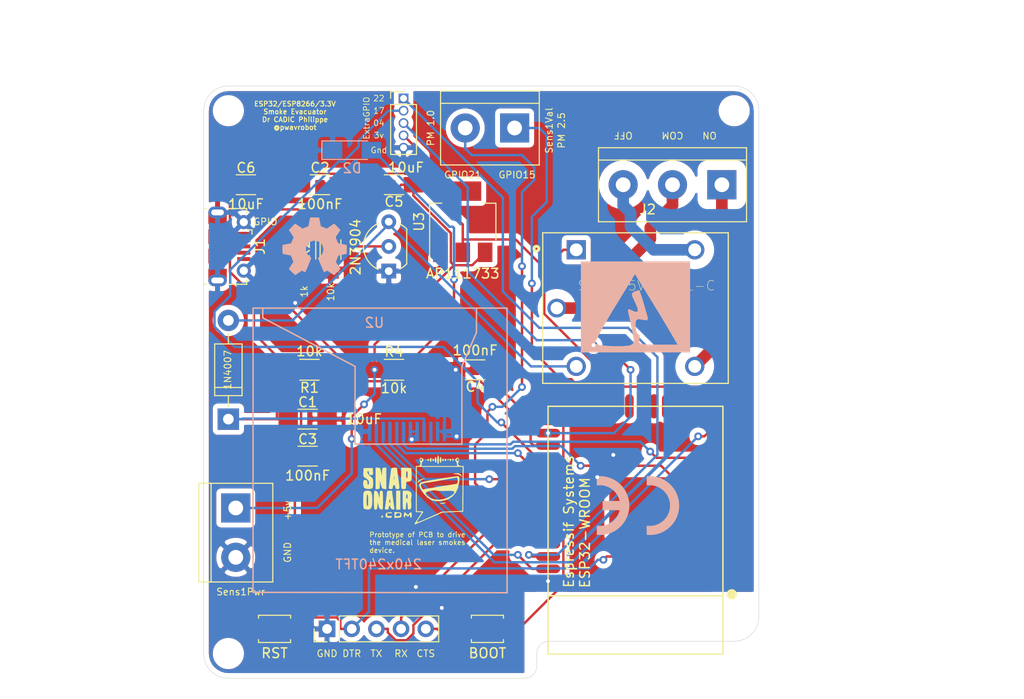
<source format=kicad_pcb>
(kicad_pcb (version 20171130) (host pcbnew "(5.1.0)-1")
  (layers (0 F.Cu signal) (31 B.Cu signal) (34 B.Paste user) (35 F.Paste user) (36 B.SilkS user) (37 F.SilkS user) (38 B.Mask user) (39 F.Mask user) (44 Edge.Cuts user))
  (net 0 "")
  (net 1 +3V3)
  (net 2 "Net-(D1-Pad2)")
  (net 3 "Net-(Q1-Pad2)")
  (net 4 GND)
  (net 5 "Net-(C3-Pad1)")
  (net 6 "Net-(C4-Pad1)")
  (net 7 +5V)
  (net 8 "Net-(D2-Pad2)")
  (net 9 "Net-(J2-Pad3)")
  (net 10 "Net-(J2-Pad2)")
  (net 11 "Net-(J2-Pad1)")
  (net 12 /RX)
  (net 13 /TX)
  (net 14 /MOSI)
  (net 15 /CLK)
  (net 16 /SPI_SS)
  (net 17 /IO16)
  (net 18 /RESETDISP)
  (net 19 /LEDA)
  (net 20 /DCDISP)
  (net 21 /GPIO15)
  (net 22 /IO21)
  (net 23 "Net-(J1-Pad3)")
  (net 24 "Net-(J1-Pad4)")
  (net 25 "Net-(J1-Pad2)")
  (net 26 /GPIO4)
  (net 27 /IO17)
  (net 28 /IO22)
  (net 29 "Net-(U1-Pad32)")
  (net 30 /MISO)
  (net 31 /Touch3)
  (net 32 "Net-(U1-Pad22)")
  (net 33 "Net-(U1-Pad21)")
  (net 34 "Net-(U1-Pad20)")
  (net 35 "Net-(U1-Pad19)")
  (net 36 "Net-(U1-Pad18)")
  (net 37 "Net-(U1-Pad17)")
  (net 38 /Touch4)
  (net 39 /Touch5)
  (net 40 /IO27)
  (net 41 /IO25)
  (net 42 /IO33)
  (net 43 /IO35)
  (net 44 /IO34)
  (net 45 /SVN)
  (net 46 /SVP)
  (module me-freeled:voltage (layer B.Cu) (at 124.46 93.726 180)
    (fp_text reference G*** hide)
    (fp_text value LOGO hide)
  )
  (module Symbols:CE-Logo_8.5x6mm_SilkScreen (layer B.Cu) (at 124.714 114.3 180)
    (fp_text reference REF*** hide)
    (fp_text value CE-Logo_8.5x6mm_SilkScreen hide)
  )
  (module Symbols:OSHW-Symbol_6.7x6mm_SilkScreen (layer B.Cu) (at 91.44 87.63 180)
    (fp_text reference REF*** hide)
    (fp_text value OSHW-Symbol_6.7x6mm_SilkScreen hide)
  )
  (module stm32china:SOA_Logo (layer F.Cu) (at 101.6 112.776)
    (fp_text reference G*** hide)
    (fp_text value LOGO hide)
  )
  (module TO_SOT_Packages_SMD:SOT-223 (layer F.Cu) (at 106.68 85.09 90)
    (fp_text reference U3 (at 0 -4.5 90) (layer F.SilkS))
    (fp_text value AP111733 (at -5.334 0 180) (layer F.SilkS))
    (pad 1 smd rect (at -3.15 -2.3 90) (size 2 1.5) (layers F.Cu F.Paste F.Mask) (net 4 GND))
    (pad 3 smd rect (at -3.15 2.3 90) (size 2 1.5) (layers F.Cu F.Paste F.Mask) (net 7 +5V))
    (pad 2 smd rect (at -3.15 0 90) (size 2 1.5) (layers F.Cu F.Paste F.Mask) (net 1 +3V3))
    (pad 4 smd rect (at 3.15 0 90) (size 2 3.8) (layers F.Cu F.Paste F.Mask))
  )
  (module Connectors_Terminal_Blocks:TerminalBlock_bornier-3_P5.08mm (layer F.Cu) (at 133.35 81.28 180)
    (fp_text reference J2 (at 7.6454 -2.54) (layer F.SilkS))
    (fp_text value Cnctor)
    (pad 3 thru_hole circle (at 10.16 0 180) (size 3 3) (drill 1.52) (layers *.Cu *.Mask) (net 9 "Net-(J2-Pad3)"))
    (pad 2 thru_hole circle (at 5.08 0 180) (size 3 3) (drill 1.52) (layers *.Cu *.Mask) (net 10 "Net-(J2-Pad2)"))
    (pad 1 thru_hole rect (at 0 0 180) (size 3 3) (drill 1.52) (layers *.Cu *.Mask) (net 11 "Net-(J2-Pad1)"))
  )
  (module me-freeled:RELAY_SRD-05VDC-SL-C (layer F.Cu) (at 124.46 93.98)
    (fp_text reference K1 hide)
    (fp_text value SRD-05VDC-SL-C (at 1.132399 -2.310001) (layer F.SilkS) (effects (font (size 1.00031 1.00031) (thickness 0.05))))
    (pad 1 thru_hole rect (at -6.1 -6) (size 1.98 1.98) (drill 1.32) (layers *.Cu *.Mask) (net 1 +3V3))
    (pad 5 thru_hole circle (at -8.1 0) (size 1.935 1.935) (drill 1.29) (layers *.Cu *.Mask) (net 10 "Net-(J2-Pad2)"))
    (pad 4 thru_hole circle (at -6.1 6) (size 1.98 1.98) (drill 1.32) (layers *.Cu *.Mask) (net 2 "Net-(D1-Pad2)"))
    (pad 3 thru_hole circle (at 6.1 6) (size 1.98 1.98) (drill 1.32) (layers *.Cu *.Mask) (net 11 "Net-(J2-Pad1)"))
    (pad 2 thru_hole circle (at 6.1 -6) (size 1.98 1.98) (drill 1.32) (layers *.Cu *.Mask) (net 9 "Net-(J2-Pad3)"))
  )
  (module Resistors_SMD:R_1206_HandSoldering (layer F.Cu) (at 90.4748 87.9348 90)
    (fp_text reference R2 (at 0.0508 -0.0508 90) (layer F.SilkS))
    (fp_text value 1k (at -4.3307 -0.1143 90) (layer F.SilkS) (effects (font (size 0.7 0.7) (thickness 0.1))))
    (pad 2 smd rect (at 2 0 90) (size 2 1.7) (layers F.Cu F.Paste F.Mask) (net 17 /IO16))
    (pad 1 smd rect (at -2 0 90) (size 2 1.7) (layers F.Cu F.Paste F.Mask) (net 3 "Net-(Q1-Pad2)"))
  )
  (module Resistors_SMD:R_1206_HandSoldering (layer F.Cu) (at 93.0656 87.9536 90)
    (fp_text reference R3 (at -0.0574 -0.1016 90) (layer F.SilkS))
    (fp_text value 10k (at -4.3754 0.0254 90) (layer F.SilkS) (effects (font (size 0.7 0.7) (thickness 0.1))))
    (pad 1 smd rect (at -2 0 90) (size 2 1.7) (layers F.Cu F.Paste F.Mask) (net 4 GND))
    (pad 2 smd rect (at 2 0 90) (size 2 1.7) (layers F.Cu F.Paste F.Mask) (net 3 "Net-(Q1-Pad2)"))
  )
  (module Diodes_THT:D_DO-41_SOD81_P10.16mm_Horizontal (layer F.Cu) (at 82.55 105.41 90)
    (fp_text reference D1 hide)
    (fp_text value 1N4007 (at 5.08 -0.0635 90) (layer F.SilkS) (effects (font (size 0.7 0.7) (thickness 0.1))))
    (pad 2 thru_hole oval (at 10.16 0 90) (size 2.2 2.2) (drill 1.1) (layers *.Cu *.Mask) (net 2 "Net-(D1-Pad2)"))
    (pad 1 thru_hole rect (at 0 0 90) (size 2.2 2.2) (drill 1.1) (layers *.Cu *.Mask) (net 1 +3V3))
  )
  (module TO_SOT_Packages_THT:TO-92_Inline_Wide (layer F.Cu) (at 99.06 90.17 90)
    (fp_text reference Q1 hide)
    (fp_text value 2N3904 (at 2.4765 -3.4163 90) (layer F.SilkS))
    (pad 1 thru_hole rect (at 0 0 180) (size 1.52 1.52) (drill 0.8) (layers *.Cu *.Mask) (net 4 GND))
    (pad 3 thru_hole circle (at 5.08 0 180) (size 1.52 1.52) (drill 0.8) (layers *.Cu *.Mask) (net 2 "Net-(D1-Pad2)"))
    (pad 2 thru_hole circle (at 2.54 0 180) (size 1.52 1.52) (drill 0.8) (layers *.Cu *.Mask) (net 3 "Net-(Q1-Pad2)"))
  )
  (module Mounting_Holes:MountingHole_2.2mm_M2 (layer F.Cu) (at 82.55 73.66)
    (fp_text reference H1 hide)
    (fp_text value MountingHole)
    (pad 1 np_thru_hole circle (at 0 0) (size 2.2 2.2) (drill 2.2) (layers *.Cu *.Mask))
  )
  (module Mounting_Holes:MountingHole_2.2mm_M2 (layer F.Cu) (at 134.62 73.66)
    (fp_text reference H2 hide)
    (fp_text value MountingHole)
    (pad 1 np_thru_hole circle (at 0 0) (size 2.2 2.2) (drill 2.2) (layers *.Cu *.Mask))
  )
  (module Mounting_Holes:MountingHole_2.2mm_M2 (layer F.Cu) (at 82.55 129.54)
    (fp_text reference H3 hide)
    (fp_text value MountingHole)
    (pad 1 np_thru_hole circle (at 0 0) (size 2.2 2.2) (drill 2.2) (layers *.Cu *.Mask))
  )
  (module Capacitors_SMD:C_1206_HandSoldering (layer F.Cu) (at 90.71 105.41)
    (fp_text reference C1 (at 0 -1.75) (layer F.SilkS))
    (fp_text value 10uF (at 5.81 0) (layer F.SilkS))
    (pad 1 smd rect (at -2 0) (size 2 1.6) (layers F.Cu F.Paste F.Mask) (net 1 +3V3))
    (pad 2 smd rect (at 2 0) (size 2 1.6) (layers F.Cu F.Paste F.Mask) (net 4 GND))
  )
  (module Capacitors_SMD:C_1206_HandSoldering (layer F.Cu) (at 91.98 81.28)
    (fp_text reference C2 (at 0 -1.75) (layer F.SilkS))
    (fp_text value 100nF (at 0 2) (layer F.SilkS))
    (pad 2 smd rect (at 2 0) (size 2 1.6) (layers F.Cu F.Paste F.Mask) (net 4 GND))
    (pad 1 smd rect (at -2 0) (size 2 1.6) (layers F.Cu F.Paste F.Mask) (net 1 +3V3))
  )
  (module Capacitors_SMD:C_1206_HandSoldering (layer F.Cu) (at 90.71 109.22)
    (fp_text reference C3 (at 0 -1.75) (layer F.SilkS))
    (fp_text value 100nF (at 0 2) (layer F.SilkS))
    (pad 2 smd rect (at 2 0) (size 2 1.6) (layers F.Cu F.Paste F.Mask) (net 4 GND))
    (pad 1 smd rect (at -2 0) (size 2 1.6) (layers F.Cu F.Paste F.Mask) (net 5 "Net-(C3-Pad1)"))
  )
  (module Capacitors_SMD:C_1206_HandSoldering (layer F.Cu) (at 107.95 100.33 180)
    (fp_text reference C4 (at 0 -1.75) (layer F.SilkS))
    (fp_text value 100nF (at 0 2) (layer F.SilkS))
    (pad 1 smd rect (at -2 0 180) (size 2 1.6) (layers F.Cu F.Paste F.Mask) (net 6 "Net-(C4-Pad1)"))
    (pad 2 smd rect (at 2 0 180) (size 2 1.6) (layers F.Cu F.Paste F.Mask) (net 4 GND))
  )
  (module Capacitors_SMD:C_1206_HandSoldering (layer F.Cu) (at 99.6 81.28 180)
    (fp_text reference C5 (at 0 -1.75) (layer F.SilkS))
    (fp_text value 10uF (at -1.238 1.778) (layer F.SilkS))
    (pad 2 smd rect (at 2 0 180) (size 2 1.6) (layers F.Cu F.Paste F.Mask) (net 4 GND))
    (pad 1 smd rect (at -2 0 180) (size 2 1.6) (layers F.Cu F.Paste F.Mask) (net 7 +5V))
  )
  (module Capacitors_SMD:C_1206_HandSoldering (layer F.Cu) (at 84.36 81.28)
    (fp_text reference C6 (at 0 -1.75) (layer F.SilkS))
    (fp_text value 10uF (at 0 2) (layer F.SilkS))
    (pad 1 smd rect (at -2 0) (size 2 1.6) (layers F.Cu F.Paste F.Mask) (net 1 +3V3))
    (pad 2 smd rect (at 2 0) (size 2 1.6) (layers F.Cu F.Paste F.Mask) (net 4 GND))
  )
  (module LEDs:LED_1206_HandSoldering (layer B.Cu) (at 95.282 77.724)
    (fp_text reference D2 (at 0 1.85) (layer B.SilkS) (effects (justify mirror)))
    (fp_text value PowerOn)
    (pad 2 smd rect (at 2 0) (size 2 1.7) (layers B.Cu B.Paste B.Mask) (net 8 "Net-(D2-Pad2)"))
    (pad 1 smd rect (at -2 0) (size 2 1.7) (layers B.Cu B.Paste B.Mask) (net 4 GND))
  )
  (module Socket_Strips:Socket_Strip_Straight_1x05_Pitch2.54mm (layer F.Cu) (at 92.71 127 90)
    (fp_text reference P1 hide)
    (fp_text value ProgHeader)
    (pad 5 thru_hole oval (at 0 10.16 90) (size 1.7 1.7) (drill 1) (layers *.Cu *.Mask) (net 6 "Net-(C4-Pad1)"))
    (pad 4 thru_hole oval (at 0 7.62 90) (size 1.7 1.7) (drill 1) (layers *.Cu *.Mask) (net 12 /RX))
    (pad 3 thru_hole oval (at 0 5.08 90) (size 1.7 1.7) (drill 1) (layers *.Cu *.Mask) (net 13 /TX))
    (pad 2 thru_hole oval (at 0 2.54 90) (size 1.7 1.7) (drill 1) (layers *.Cu *.Mask) (net 5 "Net-(C3-Pad1)"))
    (pad 1 thru_hole rect (at 0 0 90) (size 1.7 1.7) (drill 1) (layers *.Cu *.Mask) (net 4 GND))
  )
  (module Resistors_SMD:R_1206_HandSoldering (layer F.Cu) (at 90.9 100.33 180)
    (fp_text reference R1 (at 0 -1.85) (layer F.SilkS))
    (fp_text value 10k (at 0 1.9) (layer F.SilkS))
    (pad 1 smd rect (at -2 0 180) (size 2 1.7) (layers F.Cu F.Paste F.Mask) (net 1 +3V3))
    (pad 2 smd rect (at 2 0 180) (size 2 1.7) (layers F.Cu F.Paste F.Mask) (net 5 "Net-(C3-Pad1)"))
  )
  (module Resistors_SMD:R_1206_HandSoldering (layer F.Cu) (at 99.6 100.33)
    (fp_text reference R4 (at 0 -1.85) (layer F.SilkS))
    (fp_text value 10k (at 0 1.9) (layer F.SilkS))
    (pad 2 smd rect (at 2 0) (size 2 1.7) (layers F.Cu F.Paste F.Mask) (net 8 "Net-(D2-Pad2)"))
    (pad 1 smd rect (at -2 0) (size 2 1.7) (layers F.Cu F.Paste F.Mask) (net 7 +5V))
  )
  (module Buttons_Switches_SMD:SW_SPST_B3U-1000P (layer F.Cu) (at 87.305 127)
    (fp_text reference SW1 hide)
    (fp_text value RST (at 0 2.5) (layer F.SilkS))
    (pad 1 smd rect (at -1.7 0) (size 0.9 1.7) (layers F.Cu F.Paste F.Mask) (net 4 GND))
    (pad 2 smd rect (at 1.7 0) (size 0.9 1.7) (layers F.Cu F.Paste F.Mask) (net 5 "Net-(C3-Pad1)"))
  )
  (module Buttons_Switches_SMD:SW_SPST_B3U-1000P (layer F.Cu) (at 109.22 127)
    (fp_text reference SW2 hide)
    (fp_text value BOOT (at 0 2.5) (layer F.SilkS))
    (pad 2 smd rect (at 1.7 0) (size 0.9 1.7) (layers F.Cu F.Paste F.Mask) (net 6 "Net-(C4-Pad1)"))
    (pad 1 smd rect (at -1.7 0) (size 0.9 1.7) (layers F.Cu F.Paste F.Mask) (net 4 GND))
  )
  (module ESP32-footprints-Lib:ESP32-WROOM (layer F.Cu) (at 124.46 116.84)
    (fp_text reference U1 hide)
    (fp_text value ESP32-WROOM)
    (fp_text user "Espressif Systems" (at -6.858 -0.889 90) (layer F.SilkS))
    (fp_text user ESP32-WROOM (at -5.207 0.254 90) (layer F.SilkS))
    (pad 38 smd oval (at -9 5.25) (size 2.5 0.9) (layers F.Cu F.Paste F.Mask) (net 4 GND))
    (pad 37 smd oval (at -9 3.98) (size 2.5 0.9) (layers F.Cu F.Paste F.Mask) (net 14 /MOSI))
    (pad 36 smd oval (at -9 2.71) (size 2.5 0.9) (layers F.Cu F.Paste F.Mask) (net 28 /IO22))
    (pad 35 smd oval (at -9 1.44) (size 2.5 0.9) (layers F.Cu F.Paste F.Mask) (net 13 /TX))
    (pad 34 smd oval (at -9 0.17) (size 2.5 0.9) (layers F.Cu F.Paste F.Mask) (net 12 /RX))
    (pad 33 smd oval (at -9 -1.1) (size 2.5 0.9) (layers F.Cu F.Paste F.Mask) (net 22 /IO21))
    (pad 32 smd oval (at -9 -2.37) (size 2.5 0.9) (layers F.Cu F.Paste F.Mask) (net 29 "Net-(U1-Pad32)"))
    (pad 31 smd oval (at -9 -3.64) (size 2.5 0.9) (layers F.Cu F.Paste F.Mask) (net 30 /MISO))
    (pad 30 smd oval (at -9 -4.91) (size 2.5 0.9) (layers F.Cu F.Paste F.Mask) (net 15 /CLK))
    (pad 29 smd oval (at -9 -6.18) (size 2.5 0.9) (layers F.Cu F.Paste F.Mask) (net 16 /SPI_SS))
    (pad 28 smd oval (at -9 -7.45) (size 2.5 0.9) (layers F.Cu F.Paste F.Mask) (net 27 /IO17))
    (pad 27 smd oval (at -9 -8.72) (size 2.5 0.9) (layers F.Cu F.Paste F.Mask) (net 17 /IO16))
    (pad 26 smd oval (at -9 -9.99) (size 2.5 0.9) (layers F.Cu F.Paste F.Mask) (net 26 /GPIO4))
    (pad 25 smd oval (at -9 -11.26) (size 2.5 0.9) (layers F.Cu F.Paste F.Mask) (net 6 "Net-(C4-Pad1)"))
    (pad 24 smd oval (at -5.715 -12.75) (size 0.9 2.5) (layers F.Cu F.Paste F.Mask) (net 31 /Touch3))
    (pad 23 smd oval (at -4.445 -12.75) (size 0.9 2.5) (layers F.Cu F.Paste F.Mask) (net 21 /GPIO15))
    (pad 22 smd oval (at -3.175 -12.75) (size 0.9 2.5) (layers F.Cu F.Paste F.Mask) (net 32 "Net-(U1-Pad22)"))
    (pad 21 smd oval (at -1.905 -12.75) (size 0.9 2.5) (layers F.Cu F.Paste F.Mask) (net 33 "Net-(U1-Pad21)"))
    (pad 20 smd oval (at -0.635 -12.75) (size 0.9 2.5) (layers F.Cu F.Paste F.Mask) (net 34 "Net-(U1-Pad20)"))
    (pad 19 smd oval (at 0.635 -12.75) (size 0.9 2.5) (layers F.Cu F.Paste F.Mask) (net 35 "Net-(U1-Pad19)"))
    (pad 18 smd oval (at 1.905 -12.75) (size 0.9 2.5) (layers F.Cu F.Paste F.Mask) (net 36 "Net-(U1-Pad18)"))
    (pad 17 smd oval (at 3.175 -12.75) (size 0.9 2.5) (layers F.Cu F.Paste F.Mask) (net 37 "Net-(U1-Pad17)"))
    (pad 16 smd oval (at 4.445 -12.75) (size 0.9 2.5) (layers F.Cu F.Paste F.Mask) (net 38 /Touch4))
    (pad 15 smd oval (at 5.715 -12.75) (size 0.9 2.5) (layers F.Cu F.Paste F.Mask) (net 4 GND))
    (pad 14 smd oval (at 9 -11.26) (size 2.5 0.9) (layers F.Cu F.Paste F.Mask) (net 39 /Touch5))
    (pad 13 smd oval (at 9 -9.99) (size 2.5 0.9) (layers F.Cu F.Paste F.Mask) (net 18 /RESETDISP))
    (pad 12 smd oval (at 9 -8.72) (size 2.5 0.9) (layers F.Cu F.Paste F.Mask) (net 40 /IO27))
    (pad 11 smd oval (at 9 -7.45) (size 2.5 0.9) (layers F.Cu F.Paste F.Mask) (net 19 /LEDA))
    (pad 10 smd oval (at 9 -6.18) (size 2.5 0.9) (layers F.Cu F.Paste F.Mask) (net 41 /IO25))
    (pad 9 smd oval (at 9 -4.91) (size 2.5 0.9) (layers F.Cu F.Paste F.Mask) (net 42 /IO33))
    (pad 8 smd oval (at 9 -3.64) (size 2.5 0.9) (layers F.Cu F.Paste F.Mask) (net 20 /DCDISP))
    (pad 7 smd oval (at 9 -2.37) (size 2.5 0.9) (layers F.Cu F.Paste F.Mask) (net 43 /IO35))
    (pad 6 smd oval (at 9 -1.1) (size 2.5 0.9) (layers F.Cu F.Paste F.Mask) (net 44 /IO34))
    (pad 5 smd oval (at 9 0.17) (size 2.5 0.9) (layers F.Cu F.Paste F.Mask) (net 45 /SVN))
    (pad 4 smd oval (at 9 1.44) (size 2.5 0.9) (layers F.Cu F.Paste F.Mask) (net 46 /SVP))
    (pad 3 smd oval (at 9 2.71) (size 2.5 0.9) (layers F.Cu F.Paste F.Mask) (net 5 "Net-(C3-Pad1)"))
    (pad 2 smd oval (at 9 3.98) (size 2.5 0.9) (layers F.Cu F.Paste F.Mask) (net 1 +3V3))
    (pad 1 smd oval (at 9 5.25) (size 2.5 0.9) (layers F.Cu F.Paste F.Mask) (net 4 GND))
    (pad 39 smd rect (at 0.3 -2.45) (size 6 6) (layers F.Cu F.Paste F.Mask) (net 4 GND))
  )
  (module 18650:240240TFT (layer B.Cu) (at 85.09 93.98)
    (fp_text reference U2 (at 12.5 1.5) (layer B.SilkS) (effects (justify mirror)))
    (fp_text value 240x240TFT (at 12.94 26.38) (layer B.SilkS) (effects (justify mirror)))
    (pad 1 smd rect (at 19.7 12.7) (size 0.35 2) (layers B.Cu B.Paste B.Mask) (net 4 GND))
    (pad 2 smd rect (at 19 12.7) (size 0.35 2) (layers B.Cu B.Paste B.Mask) (net 4 GND))
    (pad 3 smd rect (at 18.3 12.7) (size 0.35 2) (layers B.Cu B.Paste B.Mask) (net 19 /LEDA))
    (pad 4 smd rect (at 17.6 12.7) (size 0.35 2) (layers B.Cu B.Paste B.Mask) (net 1 +3V3))
    (pad 5 smd rect (at 16.9 12.7) (size 0.35 2) (layers B.Cu B.Paste B.Mask) (net 4 GND))
    (pad 6 smd rect (at 16.2 12.7) (size 0.35 2) (layers B.Cu B.Paste B.Mask) (net 4 GND))
    (pad 7 smd rect (at 15.5 12.7) (size 0.35 2) (layers B.Cu B.Paste B.Mask) (net 20 /DCDISP))
    (pad 8 smd rect (at 14.8 12.7) (size 0.35 2) (layers B.Cu B.Paste B.Mask) (net 16 /SPI_SS))
    (pad 9 smd rect (at 14.1 12.7) (size 0.35 2) (layers B.Cu B.Paste B.Mask) (net 15 /CLK))
    (pad 10 smd rect (at 13.4 12.7) (size 0.35 2) (layers B.Cu B.Paste B.Mask) (net 14 /MOSI))
    (pad 11 smd rect (at 12.7 12.7) (size 0.35 2) (layers B.Cu B.Paste B.Mask) (net 18 /RESETDISP))
    (pad 12 smd rect (at 12 12.7) (size 0.35 2) (layers B.Cu B.Paste B.Mask) (net 4 GND))
  )
  (module Connectors_Terminal_Blocks:TerminalBlock_bornier-2_P5.08mm (layer F.Cu) (at 112.014 75.438 180)
    (fp_text reference J3 hide)
    (fp_text value Sens1Val (at -3.556 -0.254 270) (layer F.SilkS) (effects (font (size 0.7 0.7) (thickness 0.1))))
    (pad 1 thru_hole rect (at 0 0 180) (size 3 3) (drill 1.52) (layers *.Cu *.Mask) (net 21 /GPIO15))
    (pad 2 thru_hole circle (at 5.08 0 180) (size 3 3) (drill 1.52) (layers *.Cu *.Mask) (net 22 /IO21))
  )
  (module Connectors_Terminal_Blocks:TerminalBlock_bornier-2_P5.08mm (layer F.Cu) (at 83.312 114.554 270)
    (fp_text reference J4 hide)
    (fp_text value Sens1Pwr (at 8.636 -0.508) (layer F.SilkS) (effects (font (size 0.7 0.7) (thickness 0.1))))
    (pad 2 thru_hole circle (at 5.08 0 270) (size 3 3) (drill 1.52) (layers *.Cu *.Mask) (net 4 GND))
    (pad 1 thru_hole rect (at 0 0 270) (size 3 3) (drill 1.52) (layers *.Cu *.Mask) (net 7 +5V))
  )
  (module Connectors_USB:USB_Micro-B_Molex-105017-0001 (layer F.Cu) (at 81.788 87.63 270)
    (fp_text reference J1 (at 0 -4 270) (layer F.SilkS))
    (fp_text value USB_OTG)
    (pad 6 smd rect (at -2.9 0.35 270) (size 1.2 1.9) (layers F.Cu F.Mask) (net 4 GND))
    (pad 6 smd rect (at 2.9 0.35 270) (size 1.2 1.9) (layers F.Cu F.Mask) (net 4 GND))
    (pad 6 thru_hole oval (at 3.5 0.35 270) (size 1.2 1.9) (drill oval 0.6 1.3) (layers *.Cu *.Mask) (net 4 GND))
    (pad 6 thru_hole oval (at -3.5 0.35 90) (size 1.2 1.9) (drill oval 0.6 1.3) (layers *.Cu *.Mask) (net 4 GND))
    (pad 6 smd rect (at -1 0.35 270) (size 1.5 1.9) (layers F.Cu F.Paste F.Mask) (net 4 GND))
    (pad 6 thru_hole circle (at 2.5 -2.35 270) (size 1.45 1.45) (drill 0.85) (layers *.Cu *.Mask) (net 4 GND))
    (pad 3 smd rect (at 0 -2.35 270) (size 0.4 1.35) (layers F.Cu F.Paste F.Mask) (net 23 "Net-(J1-Pad3)"))
    (pad 4 smd rect (at 0.65 -2.35 270) (size 0.4 1.35) (layers F.Cu F.Paste F.Mask) (net 24 "Net-(J1-Pad4)"))
    (pad 5 smd rect (at 1.3 -2.35 270) (size 0.4 1.35) (layers F.Cu F.Paste F.Mask) (net 4 GND))
    (pad 1 smd rect (at -1.3 -2.35 270) (size 0.4 1.35) (layers F.Cu F.Paste F.Mask) (net 7 +5V))
    (pad 2 smd rect (at -0.65 -2.35 270) (size 0.4 1.35) (layers F.Cu F.Paste F.Mask) (net 25 "Net-(J1-Pad2)"))
    (pad 6 thru_hole circle (at -2.5 -2.35 270) (size 1.45 1.45) (drill 0.85) (layers *.Cu *.Mask) (net 4 GND))
    (pad 6 smd rect (at 1 0.35 270) (size 1.5 1.9) (layers F.Cu F.Paste F.Mask) (net 4 GND))
  )
  (module Socket_Strips:Socket_Strip_Straight_1x05_Pitch1.27mm (layer F.Cu) (at 100.584 72.39)
    (fp_text reference J5 hide)
    (fp_text value ExtraGPIO (at -3.81 2.032 90) (layer F.SilkS) (effects (font (size 0.6 0.6) (thickness 0.08))))
    (pad 5 thru_hole oval (at 0 5.08) (size 1 1) (drill 0.7) (layers *.Cu *.Mask) (net 4 GND))
    (pad 4 thru_hole oval (at 0 3.81) (size 1 1) (drill 0.7) (layers *.Cu *.Mask) (net 1 +3V3))
    (pad 3 thru_hole oval (at 0 2.54) (size 1 1) (drill 0.7) (layers *.Cu *.Mask) (net 26 /GPIO4))
    (pad 2 thru_hole oval (at 0 1.27) (size 1 1) (drill 0.7) (layers *.Cu *.Mask) (net 27 /IO17))
    (pad 1 thru_hole rect (at 0 0) (size 1 1) (drill 0.7) (layers *.Cu *.Mask) (net 28 /IO22))
  )
  (gr_text Gnd (at 98.044 77.724) (layer F.SilkS) (effects (font (size 0.6 0.6) (thickness 0.08))))
  (gr_text 3v (at 98.044 76.2) (layer F.SilkS) (effects (font (size 0.6 0.6) (thickness 0.08))))
  (gr_text 04 (at 98.044 74.93) (layer F.SilkS) (effects (font (size 0.6 0.6) (thickness 0.08))))
  (gr_text 17 (at 98.044 73.66) (layer F.SilkS) (effects (font (size 0.6 0.6) (thickness 0.08))))
  (gr_text 22 (at 98.044 72.39) (layer F.SilkS) (effects (font (size 0.6 0.6) (thickness 0.08))))
  (gr_text "HIGH VOLTAGE" (at 118.872 80.518 270) (layer F.Cu) (effects (font (size 1 1) (thickness 0.12))))
  (gr_text "HIGH VOLTAGE" (at 126.492 73.66 180) (layer F.Cu) (effects (font (size 1 1) (thickness 0.12))))
  (gr_text "Prototype of PCB to drive\nthe medical laser smokes\ndevice." (at 97.028 118.11) (layer F.SilkS) (effects (font (size 0.5 0.5) (thickness 0.08)) (justify left)))
  (gr_text "PM 2.5" (at 116.84 75.692 90) (layer F.SilkS) (effects (font (size 0.7 0.7) (thickness 0.1))))
  (gr_text "PM 1.0" (at 103.378 75.438 90) (layer F.SilkS) (effects (font (size 0.7 0.7) (thickness 0.1))))
  (gr_text GPIO15 (at 112.268 80.264) (layer F.SilkS) (effects (font (size 0.7 0.7) (thickness 0.1))))
  (gr_text GPIO21 (at 106.68 80.264) (layer F.SilkS) (effects (font (size 0.7 0.7) (thickness 0.1))))
  (gr_text GND (at 88.646 119.126 90) (layer F.SilkS) (effects (font (size 0.7 0.7) (thickness 0.1))))
  (gr_text +5v (at 88.646 114.808 90) (layer F.SilkS) (effects (font (size 0.7 0.7) (thickness 0.1))))
  (gr_text DTR (at 95.25 129.54) (layer F.SilkS) (effects (font (size 0.7 0.7) (thickness 0.1))))
  (gr_text CTS (at 102.87 129.54) (layer F.SilkS) (effects (font (size 0.7 0.7) (thickness 0.1))))
  (gr_text RX (at 100.33 129.54) (layer F.SilkS) (effects (font (size 0.7 0.7) (thickness 0.1))))
  (gr_text TX (at 97.79 129.54) (layer F.SilkS) (effects (font (size 0.7 0.7) (thickness 0.1))))
  (gr_text GND (at 92.71 129.54) (layer F.SilkS) (effects (font (size 0.7 0.7) (thickness 0.1))))
  (gr_arc (start 134.62 73.66) (end 137.16 73.66) (angle -90) (layer Edge.Cuts) (width 0.05))
  (gr_arc (start 82.55 73.66) (end 82.55 71.12) (angle -90) (layer Edge.Cuts) (width 0.05))
  (gr_line (start 80.01 73.66) (end 80.01 129.54) (layer Edge.Cuts) (width 0.05))
  (gr_line (start 134.62 71.12) (end 82.55 71.12) (layer Edge.Cuts) (width 0.05))
  (gr_line (start 137.16 125.73) (end 137.16 73.66) (layer Edge.Cuts) (width 0.05))
  (gr_arc (start 113.03 130.81) (end 113.03 132.08) (angle -90) (layer Edge.Cuts) (width 0.05))
  (gr_arc (start 115.57 129.54) (end 115.57 128.27) (angle -90) (layer Edge.Cuts) (width 0.05))
  (gr_arc (start 134.62 125.73) (end 134.62 128.27) (angle -90) (layer Edge.Cuts) (width 0.05))
  (gr_arc (start 82.55 129.54) (end 80.01 129.54) (angle -90) (layer Edge.Cuts) (width 0.05))
  (gr_line (start 87.63 132.08) (end 82.55 132.08) (layer Edge.Cuts) (width 0.05))
  (gr_line (start 115.57 128.27) (end 134.62 128.27) (layer Edge.Cuts) (width 0.05))
  (gr_line (start 114.3 130.81) (end 114.3 129.54) (layer Edge.Cuts) (width 0.05))
  (gr_line (start 87.63 132.08) (end 113.03 132.08) (layer Edge.Cuts) (width 0.05))
  (gr_text "ESP32/ESP8266/3.3V\nSmoke Evacuator\nDr CADIC Philippe\n@pwavrobot" (at 89.408 74.168) (layer F.SilkS) (effects (font (size 0.5 0.5) (thickness 0.1))))
  (gr_text GPIO (at 86.36 85.09) (layer F.SilkS) (effects (font (size 0.7 0.7) (thickness 0.1))))
  (gr_text OFF (at 123.19 76.2 180) (layer F.SilkS) (effects (font (size 0.7 0.7) (thickness 0.1))))
  (gr_text ON (at 132.08 76.2 180) (layer F.SilkS) (effects (font (size 0.7 0.7) (thickness 0.1))))
  (gr_text COM (at 128.27 76.2 180) (layer F.SilkS) (effects (font (size 0.7 0.7) (thickness 0.1))))
  (segment (start 102.637 80.1547) (end 102.637 78.253) (width 0.25) (layer F.Cu) (net 1))
  (segment (start 102.637 78.253) (end 100.584 76.2) (width 0.25) (layer F.Cu) (net 1))
  (segment (start 102.637 80.1547) (end 102.799 80.1547) (width 0.25) (layer F.Cu) (net 1))
  (segment (start 102.799 80.1547) (end 104.435 81.7912) (width 0.25) (layer F.Cu) (net 1))
  (segment (start 104.435 81.7912) (end 104.435 83.1334) (width 0.25) (layer F.Cu) (net 1))
  (segment (start 104.435 83.1334) (end 106.68 85.378) (width 0.25) (layer F.Cu) (net 1))
  (segment (start 106.68 85.378) (end 106.68 86.9146) (width 0.25) (layer F.Cu) (net 1))
  (segment (start 89.98 80.1547) (end 102.637 80.1547) (width 0.25) (layer F.Cu) (net 1))
  (segment (start 115.067 89.8617) (end 115.067 94.5699) (width 0.25) (layer F.Cu) (net 1))
  (segment (start 115.067 94.5699) (end 122.563 102.066) (width 0.25) (layer F.Cu) (net 1))
  (segment (start 122.563 102.066) (end 131.908 102.066) (width 0.25) (layer F.Cu) (net 1))
  (segment (start 131.908 102.066) (end 135.035 105.193) (width 0.25) (layer F.Cu) (net 1))
  (segment (start 135.035 105.193) (end 135.035 120.82) (width 0.25) (layer F.Cu) (net 1))
  (segment (start 135.035 120.82) (end 133.46 120.82) (width 0.25) (layer F.Cu) (net 1))
  (segment (start 118.36 87.98) (end 117.045 87.98) (width 0.25) (layer F.Cu) (net 1))
  (segment (start 117.045 87.98) (end 115.163 89.8617) (width 0.25) (layer F.Cu) (net 1))
  (segment (start 115.163 89.8617) (end 115.067 89.8617) (width 0.25) (layer F.Cu) (net 1))
  (segment (start 82.36 82.33) (end 82.36 81.28) (width 0.25) (layer F.Cu) (net 1))
  (segment (start 87.7513 99.1547) (end 85.1773 96.5807) (width 0.25) (layer F.Cu) (net 1))
  (segment (start 85.1773 96.5807) (end 85.1773 92.7233) (width 0.25) (layer F.Cu) (net 1))
  (segment (start 85.1773 92.7233) (end 82.713 90.259) (width 0.25) (layer F.Cu) (net 1))
  (segment (start 82.713 90.259) (end 82.713 82.683) (width 0.25) (layer F.Cu) (net 1))
  (segment (start 82.713 82.683) (end 82.36 82.33) (width 0.25) (layer F.Cu) (net 1))
  (segment (start 82.36 82.33) (end 82.36 82.4053) (width 0.25) (layer F.Cu) (net 1))
  (segment (start 82.36 81.28) (end 82.36 82.33) (width 0.25) (layer F.Cu) (net 1))
  (segment (start 89.98 80.328) (end 89.98 80.1547) (width 0.25) (layer F.Cu) (net 1))
  (segment (start 89.98 81.28) (end 89.98 80.328) (width 0.25) (layer F.Cu) (net 1))
  (segment (start 89.98 80.1547) (end 89.98 80.328) (width 0.25) (layer F.Cu) (net 1))
  (segment (start 82.36 81.28) (end 82.36 80.23) (width 0.25) (layer F.Cu) (net 1))
  (segment (start 82.36 80.23) (end 83.566 79.024) (width 0.25) (layer F.Cu) (net 1))
  (segment (start 83.566 79.024) (end 89.184 79.024) (width 0.25) (layer F.Cu) (net 1))
  (segment (start 89.184 79.024) (end 89.98 79.82) (width 0.25) (layer F.Cu) (net 1))
  (segment (start 89.98 79.82) (end 89.98 80.1547) (width 0.25) (layer F.Cu) (net 1))
  (segment (start 89.98 81.28) (end 88.6547 81.28) (width 0.25) (layer F.Cu) (net 1))
  (segment (start 92.9 100.33) (end 92.9 99.1547) (width 0.25) (layer F.Cu) (net 1))
  (segment (start 92.9 99.1547) (end 87.7513 99.1547) (width 0.25) (layer F.Cu) (net 1))
  (segment (start 88.71 105.41) (end 87.5524 105.41) (width 0.25) (layer F.Cu) (net 1))
  (segment (start 87.5524 105.41) (end 82.55 105.41) (width 0.25) (layer F.Cu) (net 1))
  (segment (start 87.5524 105.41) (end 87.5524 99.3536) (width 0.25) (layer F.Cu) (net 1))
  (segment (start 87.5524 99.3536) (end 87.7513 99.1547) (width 0.25) (layer F.Cu) (net 1))
  (segment (start 106.68 86.9146) (end 106.68 88.24) (width 0.25) (layer F.Cu) (net 1))
  (segment (start 115.067 89.8617) (end 112.12 86.9146) (width 0.25) (layer F.Cu) (net 1))
  (segment (start 112.12 86.9146) (end 106.68 86.9146) (width 0.25) (layer F.Cu) (net 1))
  (segment (start 102.69 106.68) (end 102.69 105.355) (width 0.25) (layer B.Cu) (net 1))
  (segment (start 102.69 105.355) (end 84.0306 105.355) (width 0.25) (layer B.Cu) (net 1))
  (segment (start 84.0306 105.355) (end 83.9753 105.41) (width 0.25) (layer B.Cu) (net 1))
  (segment (start 83.9753 105.41) (end 82.55 105.41) (width 0.25) (layer B.Cu) (net 1))
  (segment (start 99.06 85.3402) (end 89.1502 95.25) (width 0.25) (layer B.Cu) (net 2))
  (segment (start 89.1502 95.25) (end 82.55 95.25) (width 0.25) (layer B.Cu) (net 2))
  (segment (start 99.06 85.09) (end 99.06 85.3402) (width 0.25) (layer B.Cu) (net 2))
  (segment (start 99.06 85.3402) (end 113.7 99.98) (width 0.25) (layer B.Cu) (net 2))
  (segment (start 113.7 99.98) (end 118.36 99.98) (width 0.25) (layer B.Cu) (net 2))
  (segment (start 99.06 87.63) (end 95.9173 87.63) (width 0.25) (layer F.Cu) (net 3))
  (segment (start 95.9173 87.63) (end 94.2409 85.9536) (width 0.25) (layer F.Cu) (net 3))
  (segment (start 94.2409 85.9536) (end 93.6533 85.9536) (width 0.25) (layer F.Cu) (net 3))
  (segment (start 93.0656 85.9536) (end 93.6533 85.9536) (width 0.25) (layer F.Cu) (net 3))
  (segment (start 93.6533 85.9536) (end 90.9974 88.6095) (width 0.25) (layer F.Cu) (net 3))
  (segment (start 90.9974 88.6095) (end 90.4748 88.6095) (width 0.25) (layer F.Cu) (net 3))
  (segment (start 90.4748 88.6095) (end 90.4748 89.9348) (width 0.25) (layer F.Cu) (net 3))
  (segment (start 104.521 106.68) (end 104.79 106.68) (width 0.25) (layer B.Cu) (net 4))
  (segment (start 104.09 106.68) (end 104.521 106.68) (width 0.25) (layer B.Cu) (net 4))
  (segment (start 105.156 109.728) (end 106.045 108.839) (width 0.25) (layer F.Cu) (net 4))
  (segment (start 106.045 108.839) (end 106.045 107.188) (width 0.25) (layer F.Cu) (net 4))
  (segment (start 89.4317 93.4483) (end 91.9243 93.4483) (width 0.25) (layer F.Cu) (net 4))
  (segment (start 91.9243 93.4483) (end 93.0656 92.3071) (width 0.25) (layer F.Cu) (net 4))
  (segment (start 93.0656 92.3071) (end 93.0656 89.9536) (width 0.25) (layer F.Cu) (net 4))
  (segment (start 84.138 90.13) (end 84.863 90.855) (width 0.25) (layer B.Cu) (net 4))
  (segment (start 84.863 90.855) (end 86.8383 90.855) (width 0.25) (layer B.Cu) (net 4))
  (segment (start 86.8383 90.855) (end 89.4317 93.4483) (width 0.25) (layer B.Cu) (net 4))
  (segment (start 122.174 109.093) (end 122.74 109.093) (width 0.25) (layer F.Cu) (net 4))
  (segment (start 122.74 109.093) (end 124.264 107.569) (width 0.25) (layer F.Cu) (net 4))
  (segment (start 124.264 107.569) (end 128.905 107.569) (width 0.25) (layer F.Cu) (net 4))
  (segment (start 128.905 107.569) (end 130.175 106.299) (width 0.25) (layer F.Cu) (net 4))
  (segment (start 130.175 106.299) (end 130.175 104.09) (width 0.25) (layer F.Cu) (net 4))
  (segment (start 120.523 111.379) (end 120.523 110.744) (width 0.25) (layer B.Cu) (net 4))
  (segment (start 120.523 110.744) (end 122.174 109.093) (width 0.25) (layer B.Cu) (net 4))
  (segment (start 124.76 114.39) (end 121.51 114.39) (width 0.25) (layer F.Cu) (net 4))
  (segment (start 121.51 114.39) (end 120.523 113.403) (width 0.25) (layer F.Cu) (net 4))
  (segment (start 120.523 113.403) (end 120.523 111.379) (width 0.25) (layer F.Cu) (net 4))
  (segment (start 104.521 124.841) (end 104.121 124.441) (width 0.25) (layer B.Cu) (net 4))
  (segment (start 104.121 124.441) (end 103.613 124.441) (width 0.25) (layer B.Cu) (net 4))
  (segment (start 103.613 124.441) (end 102.254 123.082) (width 0.25) (layer B.Cu) (net 4))
  (segment (start 107.52 127) (end 106.68 127) (width 0.25) (layer F.Cu) (net 4))
  (segment (start 106.68 127) (end 104.521 124.841) (width 0.25) (layer F.Cu) (net 4))
  (segment (start 102.254 123.082) (end 111.233 123.082) (width 0.25) (layer B.Cu) (net 4))
  (segment (start 111.233 123.082) (end 112.225 122.09) (width 0.25) (layer B.Cu) (net 4))
  (segment (start 112.225 122.09) (end 115.46 122.09) (width 0.25) (layer B.Cu) (net 4))
  (segment (start 101.854 122.682) (end 102.254 123.082) (width 0.25) (layer B.Cu) (net 4))
  (segment (start 105.156 109.728) (end 105.156 111.506) (width 0.25) (layer F.Cu) (net 4))
  (segment (start 105.156 111.506) (end 104.775 111.887) (width 0.25) (layer F.Cu) (net 4))
  (segment (start 104.775 111.887) (end 104.775 118.999) (width 0.25) (layer F.Cu) (net 4))
  (segment (start 104.775 118.999) (end 101.854 121.92) (width 0.25) (layer F.Cu) (net 4))
  (segment (start 101.854 121.92) (end 101.854 122.682) (width 0.25) (layer F.Cu) (net 4))
  (segment (start 106.045 107.188) (end 105.029 107.188) (width 0.25) (layer B.Cu) (net 4))
  (segment (start 105.029 107.188) (end 104.521 106.68) (width 0.25) (layer B.Cu) (net 4))
  (segment (start 101.424 107.491) (end 101.824 107.891) (width 0.25) (layer F.Cu) (net 4))
  (segment (start 101.824 107.891) (end 101.824 108.428) (width 0.25) (layer F.Cu) (net 4))
  (segment (start 101.824 108.428) (end 103.124 109.728) (width 0.25) (layer F.Cu) (net 4))
  (segment (start 103.124 109.728) (end 105.156 109.728) (width 0.25) (layer F.Cu) (net 4))
  (segment (start 101.99 106.68) (end 101.99 106.925) (width 0.25) (layer B.Cu) (net 4))
  (segment (start 101.99 106.925) (end 101.424 107.491) (width 0.25) (layer B.Cu) (net 4))
  (segment (start 104.79 106.68) (end 104.79 101.49) (width 0.25) (layer B.Cu) (net 4))
  (segment (start 104.79 101.49) (end 105.95 100.33) (width 0.25) (layer B.Cu) (net 4))
  (segment (start 101.29 106.68) (end 101.99 106.68) (width 0.25) (layer B.Cu) (net 4))
  (via (at 89.4317 93.4483) (size 0.8) (layers F.Cu B.Cu) (net 4))
  (via (at 122.174 109.093) (size 0.8) (layers F.Cu B.Cu) (net 4))
  (via (at 120.523 111.379) (size 0.8) (layers F.Cu B.Cu) (net 4))
  (via (at 104.521 124.841) (size 0.8) (layers F.Cu B.Cu) (net 4))
  (via (at 115.46 122.09) (size 0.8) (layers F.Cu B.Cu) (net 4))
  (via (at 101.854 122.682) (size 0.8) (layers F.Cu B.Cu) (net 4))
  (via (at 106.045 107.188) (size 0.8) (layers F.Cu B.Cu) (net 4))
  (via (at 101.424 107.491) (size 0.8) (layers F.Cu B.Cu) (net 4))
  (via (at 105.95 100.33) (size 0.8) (layers F.Cu B.Cu) (net 4))
  (segment (start 89.3927 125.825) (end 93.7073 125.825) (width 0.25) (layer F.Cu) (net 5))
  (segment (start 93.7073 125.825) (end 94.0747 126.192) (width 0.25) (layer F.Cu) (net 5))
  (segment (start 94.0747 126.192) (end 94.0747 127) (width 0.25) (layer F.Cu) (net 5))
  (segment (start 94.0747 127) (end 95.25 127) (width 0.25) (layer F.Cu) (net 5))
  (segment (start 89.005 127) (end 89.3927 127) (width 0.25) (layer F.Cu) (net 5))
  (segment (start 89.3927 127) (end 89.3927 125.825) (width 0.25) (layer F.Cu) (net 5))
  (segment (start 121.158 119.888) (end 120.592 119.888) (width 0.25) (layer B.Cu) (net 5))
  (segment (start 120.592 119.888) (end 119.703 120.777) (width 0.25) (layer B.Cu) (net 5))
  (segment (start 119.703 120.777) (end 97.028 120.777) (width 0.25) (layer B.Cu) (net 5))
  (segment (start 97.028 120.777) (end 97.028 125.222) (width 0.25) (layer B.Cu) (net 5))
  (segment (start 97.028 125.222) (end 95.25 127) (width 0.25) (layer B.Cu) (net 5))
  (segment (start 133.46 119.55) (end 121.496 119.55) (width 0.25) (layer F.Cu) (net 5))
  (segment (start 121.496 119.55) (end 121.158 119.888) (width 0.25) (layer F.Cu) (net 5))
  (segment (start 89.3927 125.825) (end 89.3927 111.028) (width 0.25) (layer F.Cu) (net 5))
  (segment (start 89.3927 111.028) (end 88.71 110.345) (width 0.25) (layer F.Cu) (net 5))
  (segment (start 88.71 110.345) (end 88.71 109.736) (width 0.25) (layer F.Cu) (net 5))
  (segment (start 88.71 109.22) (end 88.71 109.736) (width 0.25) (layer F.Cu) (net 5))
  (segment (start 88.71 109.736) (end 90.0354 108.411) (width 0.25) (layer F.Cu) (net 5))
  (segment (start 90.0354 108.411) (end 90.0354 102.641) (width 0.25) (layer F.Cu) (net 5))
  (segment (start 90.0354 102.641) (end 88.9 101.505) (width 0.25) (layer F.Cu) (net 5))
  (segment (start 88.9 101.505) (end 88.9 100.33) (width 0.25) (layer F.Cu) (net 5))
  (via (at 121.158 119.888) (size 0.8) (layers F.Cu B.Cu) (net 5))
  (segment (start 109.95 100.33) (end 109.95 101.645) (width 0.25) (layer F.Cu) (net 6))
  (segment (start 109.95 101.645) (end 113.885 105.58) (width 0.25) (layer F.Cu) (net 6))
  (segment (start 113.885 105.58) (end 115.46 105.58) (width 0.25) (layer F.Cu) (net 6))
  (segment (start 115.46 105.58) (end 117.035 105.58) (width 0.25) (layer F.Cu) (net 6))
  (segment (start 117.035 105.58) (end 117.035 122.414) (width 0.25) (layer F.Cu) (net 6))
  (segment (start 117.035 122.414) (end 112.45 127) (width 0.25) (layer F.Cu) (net 6))
  (segment (start 112.45 127) (end 110.92 127) (width 0.25) (layer F.Cu) (net 6))
  (segment (start 110.92 127) (end 110.145 127) (width 0.25) (layer F.Cu) (net 6))
  (segment (start 110.145 127) (end 108.969 128.175) (width 0.25) (layer F.Cu) (net 6))
  (segment (start 108.969 128.175) (end 105.221 128.175) (width 0.25) (layer F.Cu) (net 6))
  (segment (start 105.221 128.175) (end 104.045 127) (width 0.25) (layer F.Cu) (net 6))
  (segment (start 104.045 127) (end 102.87 127) (width 0.25) (layer F.Cu) (net 6))
  (segment (start 84.138 86.33) (end 85.063 86.33) (width 0.25) (layer F.Cu) (net 7))
  (segment (start 85.063 86.33) (end 87.573 83.82) (width 0.25) (layer F.Cu) (net 7))
  (segment (start 87.573 83.82) (end 97.81 83.82) (width 0.25) (layer F.Cu) (net 7))
  (segment (start 97.81 83.82) (end 100.35 81.28) (width 0.25) (layer F.Cu) (net 7))
  (segment (start 100.35 81.28) (end 101.6 81.28) (width 0.25) (layer F.Cu) (net 7))
  (segment (start 96.52 103.886) (end 97.6 102.806) (width 0.25) (layer B.Cu) (net 7))
  (segment (start 97.6 102.806) (end 97.6 100.33) (width 0.25) (layer B.Cu) (net 7))
  (segment (start 95.25 107.442) (end 95.25 105.156) (width 0.25) (layer F.Cu) (net 7))
  (segment (start 95.25 105.156) (end 96.52 103.886) (width 0.25) (layer F.Cu) (net 7))
  (segment (start 83.312 114.554) (end 91.694 114.554) (width 0.25) (layer B.Cu) (net 7))
  (segment (start 91.694 114.554) (end 95.25 110.998) (width 0.25) (layer B.Cu) (net 7))
  (segment (start 95.25 110.998) (end 95.25 107.442) (width 0.25) (layer B.Cu) (net 7))
  (segment (start 97.6 100.33) (end 97.6 100.774) (width 0.25) (layer F.Cu) (net 7))
  (segment (start 101.6 81.28) (end 101.6 82.4053) (width 0.25) (layer F.Cu) (net 7))
  (segment (start 101.6 82.4053) (end 105.455 86.2607) (width 0.25) (layer F.Cu) (net 7))
  (segment (start 105.455 86.2607) (end 105.455 89.2577) (width 0.25) (layer F.Cu) (net 7))
  (segment (start 105.455 89.2577) (end 105.763 89.5654) (width 0.25) (layer F.Cu) (net 7))
  (segment (start 97.6 100.33) (end 97.6 97.7285) (width 0.25) (layer F.Cu) (net 7))
  (segment (start 97.6 97.7285) (end 105.763 89.5654) (width 0.25) (layer F.Cu) (net 7))
  (segment (start 105.763 89.5654) (end 107.655 89.5654) (width 0.25) (layer F.Cu) (net 7))
  (segment (start 107.655 89.5654) (end 108.98 88.24) (width 0.25) (layer F.Cu) (net 7))
  (via (at 97.6 100.33) (size 0.8) (layers F.Cu B.Cu) (net 7))
  (via (at 96.52 103.886) (size 0.8) (layers F.Cu B.Cu) (net 7))
  (via (at 95.25 107.442) (size 0.8) (layers F.Cu B.Cu) (net 7))
  (segment (start 97.282 77.724) (end 97.432 77.724) (width 0.25) (layer B.Cu) (net 8))
  (segment (start 97.432 77.724) (end 105.306 85.598) (width 0.25) (layer B.Cu) (net 8))
  (segment (start 105.306 85.598) (end 105.634 85.598) (width 0.25) (layer B.Cu) (net 8))
  (segment (start 105.634 85.598) (end 105.776 85.7401) (width 0.25) (layer B.Cu) (net 8))
  (segment (start 105.776 85.7401) (end 105.776 91.0304) (width 0.25) (layer B.Cu) (net 8))
  (segment (start 105.776 91.0304) (end 105.776 94.9788) (width 0.25) (layer F.Cu) (net 8))
  (segment (start 105.776 94.9788) (end 101.6 99.1547) (width 0.25) (layer F.Cu) (net 8))
  (segment (start 101.6 99.1547) (end 101.6 100.33) (width 0.25) (layer F.Cu) (net 8))
  (via (at 105.776 91.0304) (size 0.8) (layers F.Cu B.Cu) (net 8))
  (segment (start 129.89 87.98) (end 130.56 87.98) (width 0.75) (layer B.Cu) (net 9))
  (segment (start 130.56 87.98) (end 129.89 87.98) (width 0.25) (layer B.Cu) (net 9))
  (segment (start 123.19 83.40132) (end 123.952 84.16332) (width 1.2) (layer B.Cu) (net 9))
  (segment (start 123.19 81.28) (end 123.19 83.40132) (width 1.2) (layer B.Cu) (net 9))
  (segment (start 123.952 84.16332) (end 123.952 85.598) (width 1.2) (layer B.Cu) (net 9))
  (segment (start 126.334 87.98) (end 130.56 87.98) (width 1.2) (layer B.Cu) (net 9))
  (segment (start 123.952 85.598) (end 126.334 87.98) (width 1.2) (layer B.Cu) (net 9))
  (segment (start 128.27 81.28) (end 128.27 82.07) (width 0.75) (layer F.Cu) (net 10))
  (segment (start 128.27 82.07) (end 128.27 81.28) (width 0.25) (layer F.Cu) (net 10))
  (segment (start 128.27 83.40132) (end 125.984 85.68732) (width 1.2) (layer F.Cu) (net 10))
  (segment (start 128.27 81.28) (end 128.27 83.40132) (width 1.2) (layer F.Cu) (net 10))
  (segment (start 125.984 85.68732) (end 125.984 86.868) (width 1.2) (layer F.Cu) (net 10))
  (segment (start 125.984 86.868) (end 121.92 90.932) (width 1.2) (layer F.Cu) (net 10))
  (segment (start 121.92 90.932) (end 121.92 91.186) (width 1.2) (layer F.Cu) (net 10))
  (segment (start 116.916623 93.98) (end 116.638315 93.701688) (width 1.2) (layer F.Cu) (net 10))
  (segment (start 121.92 91.186) (end 119.126 93.98) (width 1.2) (layer F.Cu) (net 10))
  (segment (start 119.126 93.98) (end 116.916623 93.98) (width 1.2) (layer F.Cu) (net 10))
  (segment (start 133.35 83.98) (end 134.112 84.742) (width 1.2) (layer F.Cu) (net 11))
  (segment (start 133.35 81.28) (end 133.35 83.98) (width 1.2) (layer F.Cu) (net 11))
  (segment (start 134.112 96.428) (end 130.56 99.98) (width 1.2) (layer F.Cu) (net 11))
  (segment (start 134.112 84.742) (end 134.112 96.428) (width 1.2) (layer F.Cu) (net 11))
  (segment (start 115.46 117.01) (end 109.145 117.01) (width 0.25) (layer F.Cu) (net 12))
  (segment (start 109.145 117.01) (end 100.33 125.825) (width 0.25) (layer F.Cu) (net 12))
  (segment (start 100.33 125.825) (end 100.33 127) (width 0.25) (layer F.Cu) (net 12))
  (segment (start 115.46 118.28) (end 109.926 118.28) (width 0.25) (layer F.Cu) (net 13))
  (segment (start 109.926 118.28) (end 101.6 126.606) (width 0.25) (layer F.Cu) (net 13))
  (segment (start 101.6 126.606) (end 101.6 127.47) (width 0.25) (layer F.Cu) (net 13))
  (segment (start 101.6 127.47) (end 100.895 128.175) (width 0.25) (layer F.Cu) (net 13))
  (segment (start 100.895 128.175) (end 99.7732 128.175) (width 0.25) (layer F.Cu) (net 13))
  (segment (start 99.7732 128.175) (end 98.9653 127.367) (width 0.25) (layer F.Cu) (net 13))
  (segment (start 98.9653 127.367) (end 98.9653 127) (width 0.25) (layer F.Cu) (net 13))
  (segment (start 98.9653 127) (end 97.79 127) (width 0.25) (layer F.Cu) (net 13))
  (segment (start 98.49 106.68) (end 98.49 108.005) (width 0.25) (layer B.Cu) (net 14))
  (segment (start 98.49 108.005) (end 109.86 119.376) (width 0.25) (layer B.Cu) (net 14))
  (segment (start 109.86 119.376) (end 112.354 119.376) (width 0.25) (layer B.Cu) (net 14))
  (segment (start 112.354 119.376) (end 113.798 120.82) (width 0.25) (layer F.Cu) (net 14))
  (segment (start 113.798 120.82) (end 115.46 120.82) (width 0.25) (layer F.Cu) (net 14))
  (via (at 112.354 119.376) (size 0.8) (layers F.Cu B.Cu) (net 14))
  (segment (start 99.19 106.68) (end 99.19 108.005) (width 0.25) (layer B.Cu) (net 15))
  (segment (start 99.19 108.005) (end 102.775 111.59) (width 0.25) (layer B.Cu) (net 15))
  (segment (start 102.775 111.59) (end 109.404 111.59) (width 0.25) (layer B.Cu) (net 15))
  (segment (start 109.404 111.59) (end 113.545 111.59) (width 0.25) (layer F.Cu) (net 15))
  (segment (start 113.545 111.59) (end 113.885 111.93) (width 0.25) (layer F.Cu) (net 15))
  (segment (start 113.885 111.93) (end 115.46 111.93) (width 0.25) (layer F.Cu) (net 15))
  (via (at 109.404 111.59) (size 0.8) (layers F.Cu B.Cu) (net 15))
  (segment (start 99.89 106.68) (end 99.89 108.005) (width 0.25) (layer B.Cu) (net 16))
  (segment (start 99.89 108.005) (end 100.798 108.913) (width 0.25) (layer B.Cu) (net 16))
  (segment (start 100.798 108.913) (end 112.354 108.913) (width 0.25) (layer B.Cu) (net 16))
  (segment (start 112.354 108.913) (end 113.885 110.444) (width 0.25) (layer F.Cu) (net 16))
  (segment (start 113.885 110.444) (end 113.885 110.66) (width 0.25) (layer F.Cu) (net 16))
  (segment (start 113.885 110.66) (end 115.46 110.66) (width 0.25) (layer F.Cu) (net 16))
  (via (at 112.354 108.913) (size 0.8) (layers F.Cu B.Cu) (net 16))
  (segment (start 115.46 108.12) (end 113.96 108.12) (width 0.25) (layer F.Cu) (net 17))
  (segment (start 113.96 108.12) (end 113.663 107.823) (width 0.25) (layer F.Cu) (net 17))
  (segment (start 113.663 107.823) (end 113.663 106.678) (width 0.25) (layer F.Cu) (net 17))
  (segment (start 113.663 106.678) (end 108.49 101.505) (width 0.25) (layer F.Cu) (net 17))
  (segment (start 108.49 101.505) (end 96.463 101.505) (width 0.25) (layer F.Cu) (net 17))
  (segment (start 96.463 101.505) (end 87.5353 92.5773) (width 0.25) (layer F.Cu) (net 17))
  (segment (start 87.5353 92.5773) (end 87.5353 88.4867) (width 0.25) (layer F.Cu) (net 17))
  (segment (start 87.5353 88.4867) (end 89.2995 86.7225) (width 0.25) (layer F.Cu) (net 17))
  (segment (start 89.2995 86.7225) (end 89.2995 85.9348) (width 0.25) (layer F.Cu) (net 17))
  (segment (start 89.2995 85.9348) (end 90.4748 85.9348) (width 0.25) (layer F.Cu) (net 17))
  (segment (start 97.79 106.68) (end 97.79 108.005) (width 0.25) (layer B.Cu) (net 18))
  (segment (start 97.79 108.005) (end 109.927 120.142) (width 0.25) (layer B.Cu) (net 18))
  (segment (start 109.927 120.142) (end 117.951 120.142) (width 0.25) (layer B.Cu) (net 18))
  (segment (start 117.951 120.142) (end 130.912 107.181) (width 0.25) (layer B.Cu) (net 18))
  (segment (start 130.912 107.181) (end 131.554 107.181) (width 0.25) (layer F.Cu) (net 18))
  (segment (start 131.554 107.181) (end 131.885 106.85) (width 0.25) (layer F.Cu) (net 18))
  (segment (start 131.885 106.85) (end 133.46 106.85) (width 0.25) (layer F.Cu) (net 18))
  (via (at 130.912 107.181) (size 0.8) (layers F.Cu B.Cu) (net 18))
  (segment (start 133.46 109.39) (end 126.614 109.39) (width 0.25) (layer F.Cu) (net 19))
  (segment (start 126.614 109.39) (end 125.972 108.748) (width 0.25) (layer F.Cu) (net 19))
  (segment (start 103.39 106.68) (end 103.39 108.005) (width 0.25) (layer B.Cu) (net 19))
  (segment (start 103.39 108.005) (end 111.598 108.005) (width 0.25) (layer B.Cu) (net 19))
  (segment (start 111.598 108.005) (end 111.867 107.737) (width 0.25) (layer B.Cu) (net 19))
  (segment (start 111.867 107.737) (end 124.961 107.737) (width 0.25) (layer B.Cu) (net 19))
  (segment (start 124.961 107.737) (end 125.972 108.748) (width 0.25) (layer B.Cu) (net 19))
  (via (at 125.972 108.748) (size 0.8) (layers F.Cu B.Cu) (net 19))
  (segment (start 118.814 110.206) (end 127.09 110.206) (width 0.25) (layer F.Cu) (net 20))
  (segment (start 127.09 110.206) (end 130.084 113.2) (width 0.25) (layer F.Cu) (net 20))
  (segment (start 130.084 113.2) (end 133.46 113.2) (width 0.25) (layer F.Cu) (net 20))
  (segment (start 100.59 106.68) (end 100.59 108.005) (width 0.25) (layer B.Cu) (net 20))
  (segment (start 100.59 108.005) (end 101.04 108.456) (width 0.25) (layer B.Cu) (net 20))
  (segment (start 101.04 108.456) (end 111.785 108.456) (width 0.25) (layer B.Cu) (net 20))
  (segment (start 111.785 108.456) (end 112.053 108.188) (width 0.25) (layer B.Cu) (net 20))
  (segment (start 112.053 108.188) (end 116.796 108.188) (width 0.25) (layer B.Cu) (net 20))
  (segment (start 116.796 108.188) (end 118.814 110.206) (width 0.25) (layer B.Cu) (net 20))
  (via (at 118.814 110.206) (size 0.8) (layers F.Cu B.Cu) (net 20))
  (segment (start 113.792 91.44) (end 113.792 84.582) (width 0.25) (layer B.Cu) (net 21))
  (segment (start 113.792 84.582) (end 115.316 83.058) (width 0.25) (layer B.Cu) (net 21))
  (segment (start 115.316 83.058) (end 115.316 76.2) (width 0.25) (layer B.Cu) (net 21))
  (segment (start 115.316 76.2) (end 114.554 75.438) (width 0.25) (layer B.Cu) (net 21))
  (segment (start 114.554 75.438) (end 112.014 75.438) (width 0.25) (layer B.Cu) (net 21))
  (segment (start 120.015 104.09) (end 120.015 103.464) (width 0.25) (layer F.Cu) (net 21))
  (segment (start 120.015 103.464) (end 117.846 101.295) (width 0.25) (layer F.Cu) (net 21))
  (segment (start 117.846 101.295) (end 116.789 101.295) (width 0.25) (layer F.Cu) (net 21))
  (segment (start 116.789 101.295) (end 113.792 98.298) (width 0.25) (layer F.Cu) (net 21))
  (segment (start 113.792 98.298) (end 113.792 91.44) (width 0.25) (layer F.Cu) (net 21))
  (via (at 113.792 91.44) (size 0.8) (layers F.Cu B.Cu) (net 21))
  (segment (start 112.776 89.662) (end 112.776 82.042) (width 0.25) (layer B.Cu) (net 22))
  (segment (start 112.776 82.042) (end 114.046 80.772) (width 0.25) (layer B.Cu) (net 22))
  (segment (start 114.046 80.772) (end 114.046 79.502) (width 0.25) (layer B.Cu) (net 22))
  (segment (start 114.046 79.502) (end 112.776 78.232) (width 0.25) (layer B.Cu) (net 22))
  (segment (start 112.776 78.232) (end 107.607 78.232) (width 0.25) (layer B.Cu) (net 22))
  (segment (start 107.607 78.232) (end 106.934 77.5593) (width 0.25) (layer B.Cu) (net 22))
  (segment (start 106.934 77.5593) (end 106.934 75.438) (width 0.25) (layer B.Cu) (net 22))
  (segment (start 112.776 102.108) (end 112.776 89.662) (width 0.25) (layer F.Cu) (net 22))
  (segment (start 109.728 104.14) (end 110.744 104.14) (width 0.25) (layer B.Cu) (net 22))
  (segment (start 110.744 104.14) (end 112.776 102.108) (width 0.25) (layer B.Cu) (net 22))
  (segment (start 115.46 115.74) (end 111.676 115.74) (width 0.25) (layer F.Cu) (net 22))
  (segment (start 111.676 115.74) (end 107.95 112.014) (width 0.25) (layer F.Cu) (net 22))
  (segment (start 107.95 112.014) (end 107.95 108.02) (width 0.25) (layer F.Cu) (net 22))
  (segment (start 107.95 108.02) (end 109.22 106.75) (width 0.25) (layer F.Cu) (net 22))
  (segment (start 109.22 106.75) (end 109.22 104.648) (width 0.25) (layer F.Cu) (net 22))
  (segment (start 109.22 104.648) (end 109.728 104.14) (width 0.25) (layer F.Cu) (net 22))
  (via (at 112.776 89.662) (size 0.8) (layers F.Cu B.Cu) (net 22))
  (via (at 112.776 102.108) (size 0.8) (layers F.Cu B.Cu) (net 22))
  (via (at 109.728 104.14) (size 0.8) (layers F.Cu B.Cu) (net 22))
  (via (at 115.46 106.85) (size 0.8) (drill 0.4) (layers F.Cu B.Cu) (net 26))
  (segment (start 115.46 106.85) (end 118.956 106.85) (width 0.25) (layer B.Cu) (net 26))
  (segment (start 118.956 106.85) (end 122.258 106.85) (width 0.25) (layer B.Cu) (net 26))
  (segment (start 122.258 106.85) (end 123.952 105.156) (width 0.25) (layer B.Cu) (net 26))
  (via (at 123.952 100.33) (size 0.8) (drill 0.4) (layers F.Cu B.Cu) (net 26))
  (segment (start 123.952 105.156) (end 123.952 100.33) (width 0.25) (layer B.Cu) (net 26))
  (segment (start 123.952 100.33) (end 121.666 98.044) (width 0.25) (layer F.Cu) (net 26))
  (via (at 120.142 97.79) (size 0.8) (drill 0.4) (layers F.Cu B.Cu) (net 26))
  (segment (start 121.666 98.044) (end 120.396 98.044) (width 0.25) (layer F.Cu) (net 26))
  (segment (start 120.396 98.044) (end 120.142 97.79) (width 0.25) (layer F.Cu) (net 26))
  (segment (start 120.142 97.79) (end 119.634 97.282) (width 0.25) (layer B.Cu) (net 26))
  (segment (start 119.634 97.282) (end 114.3 97.282) (width 0.25) (layer B.Cu) (net 26))
  (segment (start 101.083999 75.429999) (end 100.584 74.93) (width 0.25) (layer B.Cu) (net 26))
  (segment (start 107.188 81.534) (end 101.083999 75.429999) (width 0.25) (layer B.Cu) (net 26))
  (segment (start 107.188 90.17) (end 107.188 81.534) (width 0.25) (layer B.Cu) (net 26))
  (segment (start 114.3 97.282) (end 107.188 90.17) (width 0.25) (layer B.Cu) (net 26))
  (segment (start 115.46 109.39) (end 113.8847 109.39) (width 0.25) (layer F.Cu) (net 27))
  (segment (start 110.6537 105.7466) (end 110.2334 105.7466) (width 0.25) (layer B.Cu) (net 27))
  (segment (start 110.2334 105.7466) (end 108.2021 103.7153) (width 0.25) (layer B.Cu) (net 27))
  (segment (start 108.2021 103.7153) (end 108.2021 101.5314) (width 0.25) (layer B.Cu) (net 27))
  (segment (start 108.2021 101.5314) (end 104.6461 97.9754) (width 0.25) (layer B.Cu) (net 27))
  (segment (start 104.6461 97.9754) (end 83.2038 97.9754) (width 0.25) (layer B.Cu) (net 27))
  (segment (start 83.2038 97.9754) (end 81.1205 95.8921) (width 0.25) (layer B.Cu) (net 27))
  (segment (start 81.1205 95.8921) (end 81.1205 94.3278) (width 0.25) (layer B.Cu) (net 27))
  (segment (start 81.1205 94.3278) (end 82.7389 92.7094) (width 0.25) (layer B.Cu) (net 27))
  (segment (start 82.7389 92.7094) (end 82.7389 90.0388) (width 0.25) (layer B.Cu) (net 27))
  (segment (start 82.7389 90.0388) (end 93.8784 78.8993) (width 0.25) (layer B.Cu) (net 27))
  (segment (start 93.8784 78.8993) (end 94.4168 78.8993) (width 0.25) (layer B.Cu) (net 27))
  (segment (start 94.4168 78.8993) (end 95.9567 77.3594) (width 0.25) (layer B.Cu) (net 27))
  (segment (start 95.9567 77.3594) (end 95.9567 76.7341) (width 0.25) (layer B.Cu) (net 27))
  (segment (start 95.9567 76.7341) (end 99.0308 73.66) (width 0.25) (layer B.Cu) (net 27))
  (segment (start 99.0308 73.66) (end 100.584 73.66) (width 0.25) (layer B.Cu) (net 27))
  (segment (start 113.8847 109.39) (end 113.8847 108.9776) (width 0.25) (layer F.Cu) (net 27))
  (segment (start 113.8847 108.9776) (end 110.6537 105.7466) (width 0.25) (layer F.Cu) (net 27))
  (via (at 110.6537 105.7466) (size 0.8) (layers F.Cu B.Cu) (net 27))
  (segment (start 115.46 119.55) (end 113.8847 119.55) (width 0.25) (layer F.Cu) (net 28))
  (segment (start 113.482 119.376) (end 113.7107 119.376) (width 0.25) (layer F.Cu) (net 28))
  (segment (start 113.7107 119.376) (end 113.8847 119.55) (width 0.25) (layer F.Cu) (net 28))
  (via (at 113.482 119.376) (size 0.8) (layers F.Cu B.Cu) (net 28))
  (segment (start 100.584 72.39) (end 110.8054 82.6114) (width 0.25) (layer B.Cu) (net 28))
  (segment (start 116.4156 119.376) (end 113.482 119.376) (width 0.25) (layer B.Cu) (net 28))
  (segment (start 110.8054 92.2634) (end 114.554 96.012) (width 0.25) (layer B.Cu) (net 28))
  (segment (start 114.554 96.012) (end 123.698 96.012) (width 0.25) (layer B.Cu) (net 28))
  (segment (start 110.8054 82.6114) (end 110.8054 92.2634) (width 0.25) (layer B.Cu) (net 28))
  (segment (start 123.698 96.012) (end 126.7166 99.0306) (width 0.25) (layer B.Cu) (net 28))
  (segment (start 126.7166 109.075) (end 116.4156 119.376) (width 0.25) (layer B.Cu) (net 28))
  (segment (start 126.7166 99.0306) (end 126.7166 109.075) (width 0.25) (layer B.Cu) (net 28))
  (zone (net 4) (net_name GND) (layer F.Cu) (connect_pads (clearance 0.508)) (min_thickness 0.254) (fill yes (arc_segments 32) (thermal_gap 0.508) (thermal_bridge_width 0.508))
    (polygon (pts (xy 80.01 71.12) (xy 137.16 71.12) (xy 137.16 123.19) (xy 113.03 123.19) (xy 113.03 132.08) (xy 80.01 132.08)))
  )
  (zone (net 4) (net_name GND) (layer B.Cu) (connect_pads (clearance 0.508)) (min_thickness 0.254) (fill yes (arc_segments 32) (thermal_gap 0.508) (thermal_bridge_width 0.508))
    (polygon (pts (xy 80.01 71.12) (xy 137.16 71.12) (xy 137.16 123.19) (xy 113.03 123.19) (xy 113.03 132.08) (xy 80.01 132.08)))
  )
)
</source>
